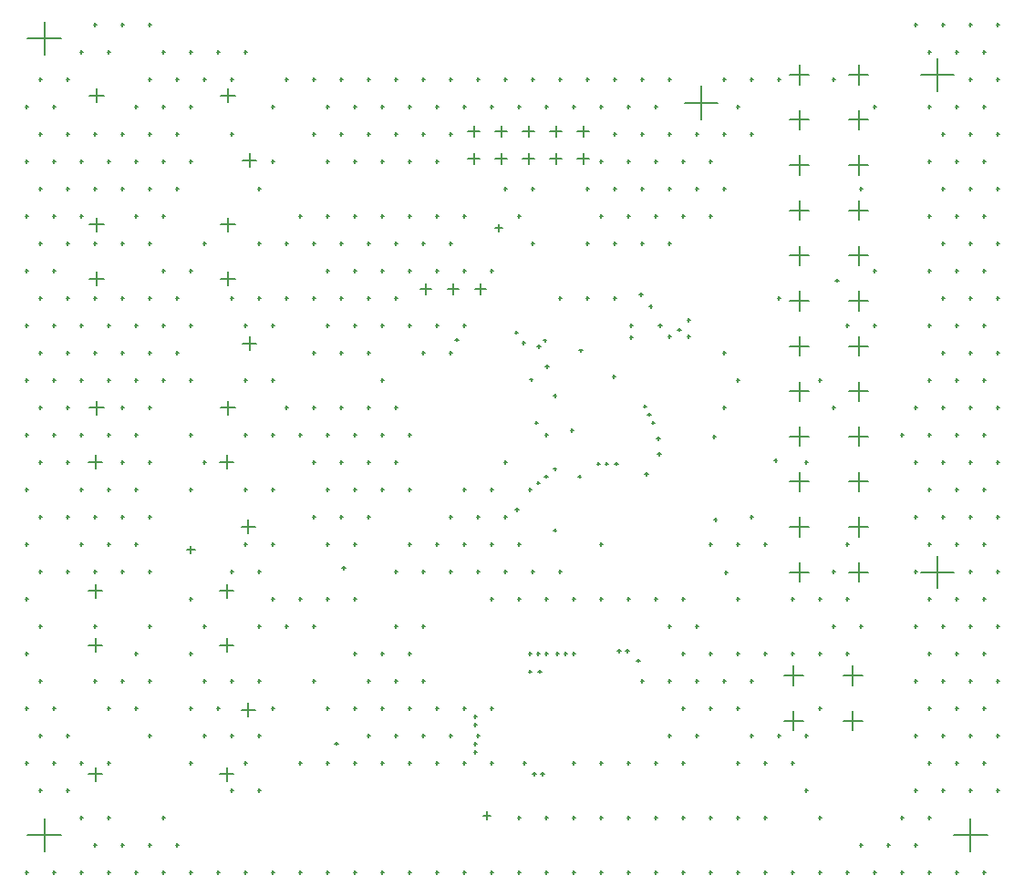
<source format=gbr>
%TF.GenerationSoftware,Altium Limited,Altium Designer,24.9.1 (31)*%
G04 Layer_Color=128*
%FSLAX45Y45*%
%MOMM*%
%TF.SameCoordinates,E37428AF-A4AF-452D-A059-51B4F3D01195*%
%TF.FilePolarity,Positive*%
%TF.FileFunction,Drillmap*%
%TF.Part,Single*%
G01*
G75*
%TA.AperFunction,NonConductor*%
%ADD67C,0.12700*%
D67*
X12734400Y10185400D02*
X12843401D01*
X12788900Y10130900D02*
Y10239900D01*
X12988400Y10185400D02*
X13097400D01*
X13042900Y10130900D02*
Y10239900D01*
X13242400Y10185400D02*
X13351401D01*
X13296899Y10130900D02*
Y10239900D01*
X13496400Y10185400D02*
X13605400D01*
X13550900Y10130900D02*
Y10239900D01*
X13750400Y10185400D02*
X13859399D01*
X13804900Y10130900D02*
Y10239900D01*
X12734400Y9931400D02*
X12843401D01*
X12788900Y9876900D02*
Y9985900D01*
X12988400Y9931400D02*
X13097400D01*
X13042900Y9876900D02*
Y9985900D01*
X13242400Y9931400D02*
X13351401D01*
X13296899Y9876900D02*
Y9985900D01*
X13496400Y9931400D02*
X13605400D01*
X13550900Y9876900D02*
Y9985900D01*
X13750400Y9931400D02*
X13859399D01*
X13804900Y9876900D02*
Y9985900D01*
X10628299Y6515100D02*
X10758298D01*
X10693298Y6450100D02*
Y6580100D01*
X10428299Y7115099D02*
X10558299D01*
X10493299Y7050099D02*
Y7180099D01*
X10428299Y5915101D02*
X10558299D01*
X10493299Y5850101D02*
Y5980101D01*
X9208301Y5915101D02*
X9338301D01*
X9273301Y5850101D02*
Y5980101D01*
X9208301Y7115099D02*
X9338301D01*
X9273301Y7050099D02*
Y7180099D01*
X16271503Y6091499D02*
X16451501D01*
X16361501Y6001499D02*
Y6181499D01*
X15721500Y6091499D02*
X15901500D01*
X15811501Y6001499D02*
Y6181499D01*
X15721500Y6511498D02*
X15901500D01*
X15811501Y6421498D02*
Y6601498D01*
X15721500Y6931503D02*
X15901500D01*
X15811501Y6841503D02*
Y7021502D01*
X15721500Y7351502D02*
X15901500D01*
X15811501Y7261502D02*
Y7441501D01*
X15721500Y7771501D02*
X15901500D01*
X15811501Y7681501D02*
Y7861501D01*
X15721500Y8191500D02*
X15901500D01*
X15811501Y8101500D02*
Y8281500D01*
X15721500Y8611499D02*
X15901500D01*
X15811501Y8521499D02*
Y8701499D01*
X15721500Y9031498D02*
X15901500D01*
X15811501Y8941499D02*
Y9121498D01*
X15721500Y9451503D02*
X15901500D01*
X15811501Y9361503D02*
Y9541502D01*
X15721500Y9871502D02*
X15901500D01*
X15811501Y9781502D02*
Y9961502D01*
X15721500Y10291501D02*
X15901500D01*
X15811501Y10201501D02*
Y10381501D01*
X15721500Y10711500D02*
X15901500D01*
X15811501Y10621500D02*
Y10801500D01*
X16271503Y6511498D02*
X16451501D01*
X16361501Y6421498D02*
Y6601498D01*
X16271503Y7351502D02*
X16451501D01*
X16361501Y7261502D02*
Y7441501D01*
X16271503Y9031498D02*
X16451501D01*
X16361501Y8941499D02*
Y9121498D01*
X16271503Y10711500D02*
X16451501D01*
X16361501Y10621500D02*
Y10801500D01*
X16941502Y10711500D02*
X17241502D01*
X17091502Y10561500D02*
Y10861500D01*
X16271503Y10291501D02*
X16451501D01*
X16361501Y10201501D02*
Y10381501D01*
X16941502Y6091499D02*
X17241502D01*
X17091502Y5941499D02*
Y6241499D01*
X16271503Y9871502D02*
X16451501D01*
X16361501Y9781502D02*
Y9961502D01*
X16271503Y9451503D02*
X16451501D01*
X16361501Y9361503D02*
Y9541502D01*
X16271503Y8611499D02*
X16451501D01*
X16361501Y8521499D02*
Y8701499D01*
X16271503Y8191500D02*
X16451501D01*
X16361501Y8101500D02*
Y8281500D01*
X16271503Y7771501D02*
X16451501D01*
X16361501Y7681501D02*
Y7861501D01*
X16271503Y6931503D02*
X16451501D01*
X16361501Y6841503D02*
Y7021502D01*
X10440999Y10518699D02*
X10570999D01*
X10505999Y10453699D02*
Y10583699D01*
X10440999Y9318701D02*
X10570999D01*
X10505999Y9253701D02*
Y9383701D01*
X9221001Y9318701D02*
X9351001D01*
X9286001Y9253701D02*
Y9383701D01*
X10640999Y9918700D02*
X10770998D01*
X10705998Y9853700D02*
Y9983700D01*
X9221001Y10518699D02*
X9351001D01*
X9286001Y10453699D02*
Y10583699D01*
X9208301Y5413299D02*
X9338301D01*
X9273301Y5348299D02*
Y5478299D01*
X9208301Y4213301D02*
X9338301D01*
X9273301Y4148301D02*
Y4278301D01*
X10428299Y4213301D02*
X10558299D01*
X10493299Y4148301D02*
Y4278301D01*
X10428299Y5413299D02*
X10558299D01*
X10493299Y5348299D02*
Y5478299D01*
X10628299Y4813300D02*
X10758298D01*
X10693298Y4748300D02*
Y4878300D01*
X9221001Y8816899D02*
X9351001D01*
X9286001Y8751899D02*
Y8881899D01*
X9221001Y7616901D02*
X9351001D01*
X9286001Y7551901D02*
Y7681901D01*
X10440999Y7616901D02*
X10570999D01*
X10505999Y7551901D02*
Y7681901D01*
X10440999Y8816899D02*
X10570999D01*
X10505999Y8751899D02*
Y8881899D01*
X10640999Y8216900D02*
X10770998D01*
X10705998Y8151900D02*
Y8281900D01*
X12293400Y8724900D02*
X12395400D01*
X12344400Y8673900D02*
Y8775900D01*
X12547400Y8724900D02*
X12649400D01*
X12598400Y8673900D02*
Y8775900D01*
X12801401Y8724900D02*
X12903400D01*
X12852400Y8673900D02*
Y8775900D01*
X16216800Y5131699D02*
X16396800D01*
X16306799Y5041699D02*
Y5221699D01*
X15666798Y5131699D02*
X15846799D01*
X15756799Y5041699D02*
Y5221699D01*
X16216800Y4711700D02*
X16396800D01*
X16306799Y4621700D02*
Y4801700D01*
X15666798Y4711700D02*
X15846799D01*
X15756799Y4621700D02*
Y4801700D01*
X14074760Y7910000D02*
X14105240D01*
X14089999Y7894760D02*
Y7925240D01*
X13454761Y8000000D02*
X13485240D01*
X13470000Y7984760D02*
Y8015240D01*
X17637759Y11176000D02*
X17668240D01*
X17653000Y11160760D02*
Y11191240D01*
X17510760Y10922000D02*
X17541240D01*
X17525999Y10906760D02*
Y10937240D01*
X17637759Y10668000D02*
X17668240D01*
X17653000Y10652760D02*
Y10683240D01*
X17510760Y10414000D02*
X17541240D01*
X17525999Y10398760D02*
Y10429240D01*
X17637759Y10160000D02*
X17668240D01*
X17653000Y10144760D02*
Y10175240D01*
X17510760Y9906000D02*
X17541240D01*
X17525999Y9890760D02*
Y9921240D01*
X17637759Y9652000D02*
X17668240D01*
X17653000Y9636760D02*
Y9667240D01*
X17510760Y9398000D02*
X17541240D01*
X17525999Y9382760D02*
Y9413240D01*
X17637759Y9144000D02*
X17668240D01*
X17653000Y9128760D02*
Y9159240D01*
X17510760Y8890000D02*
X17541240D01*
X17525999Y8874760D02*
Y8905240D01*
X17637759Y8636000D02*
X17668240D01*
X17653000Y8620760D02*
Y8651240D01*
X17510760Y8382000D02*
X17541240D01*
X17525999Y8366760D02*
Y8397240D01*
X17637759Y8128000D02*
X17668240D01*
X17653000Y8112760D02*
Y8143240D01*
X17510760Y7874000D02*
X17541240D01*
X17525999Y7858760D02*
Y7889240D01*
X17637759Y7620000D02*
X17668240D01*
X17653000Y7604760D02*
Y7635240D01*
X17510760Y7366000D02*
X17541240D01*
X17525999Y7350760D02*
Y7381240D01*
X17637759Y7112000D02*
X17668240D01*
X17653000Y7096760D02*
Y7127240D01*
X17510760Y6858000D02*
X17541240D01*
X17525999Y6842760D02*
Y6873240D01*
X17637759Y6604000D02*
X17668240D01*
X17653000Y6588760D02*
Y6619240D01*
X17510760Y6350000D02*
X17541240D01*
X17525999Y6334760D02*
Y6365240D01*
X17637759Y6096000D02*
X17668240D01*
X17653000Y6080760D02*
Y6111240D01*
X17510760Y5842000D02*
X17541240D01*
X17525999Y5826760D02*
Y5857240D01*
X17637759Y5588000D02*
X17668240D01*
X17653000Y5572760D02*
Y5603240D01*
X17510760Y5334000D02*
X17541240D01*
X17525999Y5318760D02*
Y5349240D01*
X17637759Y5080000D02*
X17668240D01*
X17653000Y5064760D02*
Y5095240D01*
X17510760Y4826000D02*
X17541240D01*
X17525999Y4810760D02*
Y4841240D01*
X17637759Y4572000D02*
X17668240D01*
X17653000Y4556760D02*
Y4587240D01*
X17510760Y4318000D02*
X17541240D01*
X17525999Y4302760D02*
Y4333240D01*
X17637759Y4064000D02*
X17668240D01*
X17653000Y4048760D02*
Y4079240D01*
X17510760Y3302000D02*
X17541240D01*
X17525999Y3286760D02*
Y3317240D01*
X17383760Y11176000D02*
X17414240D01*
X17399001Y11160760D02*
Y11191240D01*
X17256760Y10922000D02*
X17287241D01*
X17272000Y10906760D02*
Y10937240D01*
X17383760Y10668000D02*
X17414240D01*
X17399001Y10652760D02*
Y10683240D01*
X17256760Y10414000D02*
X17287241D01*
X17272000Y10398760D02*
Y10429240D01*
X17383760Y10160000D02*
X17414240D01*
X17399001Y10144760D02*
Y10175240D01*
X17256760Y9906000D02*
X17287241D01*
X17272000Y9890760D02*
Y9921240D01*
X17383760Y9652000D02*
X17414240D01*
X17399001Y9636760D02*
Y9667240D01*
X17256760Y9398000D02*
X17287241D01*
X17272000Y9382760D02*
Y9413240D01*
X17383760Y9144000D02*
X17414240D01*
X17399001Y9128760D02*
Y9159240D01*
X17256760Y8890000D02*
X17287241D01*
X17272000Y8874760D02*
Y8905240D01*
X17383760Y8636000D02*
X17414240D01*
X17399001Y8620760D02*
Y8651240D01*
X17256760Y8382000D02*
X17287241D01*
X17272000Y8366760D02*
Y8397240D01*
X17383760Y8128000D02*
X17414240D01*
X17399001Y8112760D02*
Y8143240D01*
X17256760Y7874000D02*
X17287241D01*
X17272000Y7858760D02*
Y7889240D01*
X17383760Y7620000D02*
X17414240D01*
X17399001Y7604760D02*
Y7635240D01*
X17256760Y7366000D02*
X17287241D01*
X17272000Y7350760D02*
Y7381240D01*
X17383760Y7112000D02*
X17414240D01*
X17399001Y7096760D02*
Y7127240D01*
X17256760Y6858000D02*
X17287241D01*
X17272000Y6842760D02*
Y6873240D01*
X17383760Y6604000D02*
X17414240D01*
X17399001Y6588760D02*
Y6619240D01*
X17256760Y6350000D02*
X17287241D01*
X17272000Y6334760D02*
Y6365240D01*
X17383760Y6096000D02*
X17414240D01*
X17399001Y6080760D02*
Y6111240D01*
X17256760Y5842000D02*
X17287241D01*
X17272000Y5826760D02*
Y5857240D01*
X17383760Y5588000D02*
X17414240D01*
X17399001Y5572760D02*
Y5603240D01*
X17256760Y5334000D02*
X17287241D01*
X17272000Y5318760D02*
Y5349240D01*
X17383760Y5080000D02*
X17414240D01*
X17399001Y5064760D02*
Y5095240D01*
X17256760Y4826000D02*
X17287241D01*
X17272000Y4810760D02*
Y4841240D01*
X17383760Y4572000D02*
X17414240D01*
X17399001Y4556760D02*
Y4587240D01*
X17256760Y4318000D02*
X17287241D01*
X17272000Y4302760D02*
Y4333240D01*
X17383760Y4064000D02*
X17414240D01*
X17399001Y4048760D02*
Y4079240D01*
X17256760Y3302000D02*
X17287241D01*
X17272000Y3286760D02*
Y3317240D01*
X17129761Y11176000D02*
X17160240D01*
X17145000Y11160760D02*
Y11191240D01*
X17002760Y10922000D02*
X17033240D01*
X17017999Y10906760D02*
Y10937240D01*
X17002760Y10414000D02*
X17033240D01*
X17017999Y10398760D02*
Y10429240D01*
X17129761Y10160000D02*
X17160240D01*
X17145000Y10144760D02*
Y10175240D01*
X17002760Y9906000D02*
X17033240D01*
X17017999Y9890760D02*
Y9921240D01*
X17129761Y9652000D02*
X17160240D01*
X17145000Y9636760D02*
Y9667240D01*
X17002760Y9398000D02*
X17033240D01*
X17017999Y9382760D02*
Y9413240D01*
X17129761Y9144000D02*
X17160240D01*
X17145000Y9128760D02*
Y9159240D01*
X17002760Y8890000D02*
X17033240D01*
X17017999Y8874760D02*
Y8905240D01*
X17129761Y8636000D02*
X17160240D01*
X17145000Y8620760D02*
Y8651240D01*
X17002760Y8382000D02*
X17033240D01*
X17017999Y8366760D02*
Y8397240D01*
X17129761Y8128000D02*
X17160240D01*
X17145000Y8112760D02*
Y8143240D01*
X17002760Y7874000D02*
X17033240D01*
X17017999Y7858760D02*
Y7889240D01*
X17129761Y7620000D02*
X17160240D01*
X17145000Y7604760D02*
Y7635240D01*
X17002760Y7366000D02*
X17033240D01*
X17017999Y7350760D02*
Y7381240D01*
X17129761Y7112000D02*
X17160240D01*
X17145000Y7096760D02*
Y7127240D01*
X17002760Y6858000D02*
X17033240D01*
X17017999Y6842760D02*
Y6873240D01*
X17129761Y6604000D02*
X17160240D01*
X17145000Y6588760D02*
Y6619240D01*
X17002760Y6350000D02*
X17033240D01*
X17017999Y6334760D02*
Y6365240D01*
X17002760Y5842000D02*
X17033240D01*
X17017999Y5826760D02*
Y5857240D01*
X17129761Y5588000D02*
X17160240D01*
X17145000Y5572760D02*
Y5603240D01*
X17002760Y5334000D02*
X17033240D01*
X17017999Y5318760D02*
Y5349240D01*
X17129761Y5080000D02*
X17160240D01*
X17145000Y5064760D02*
Y5095240D01*
X17002760Y4826000D02*
X17033240D01*
X17017999Y4810760D02*
Y4841240D01*
X17129761Y4572000D02*
X17160240D01*
X17145000Y4556760D02*
Y4587240D01*
X17002760Y4318000D02*
X17033240D01*
X17017999Y4302760D02*
Y4333240D01*
X17129761Y4064000D02*
X17160240D01*
X17145000Y4048760D02*
Y4079240D01*
X17002760Y3810000D02*
X17033240D01*
X17017999Y3794760D02*
Y3825240D01*
X17002760Y3302000D02*
X17033240D01*
X17017999Y3286760D02*
Y3317240D01*
X16875760Y11176000D02*
X16906239D01*
X16891000Y11160760D02*
Y11191240D01*
X16875760Y7620000D02*
X16906239D01*
X16891000Y7604760D02*
Y7635240D01*
X16748759Y7366000D02*
X16779240D01*
X16764000Y7350760D02*
Y7381240D01*
X16875760Y7112000D02*
X16906239D01*
X16891000Y7096760D02*
Y7127240D01*
X16875760Y6604000D02*
X16906239D01*
X16891000Y6588760D02*
Y6619240D01*
X16875760Y6096000D02*
X16906239D01*
X16891000Y6080760D02*
Y6111240D01*
X16875760Y5588000D02*
X16906239D01*
X16891000Y5572760D02*
Y5603240D01*
X16875760Y5080000D02*
X16906239D01*
X16891000Y5064760D02*
Y5095240D01*
X16875760Y4572000D02*
X16906239D01*
X16891000Y4556760D02*
Y4587240D01*
X16875760Y4064000D02*
X16906239D01*
X16891000Y4048760D02*
Y4079240D01*
X16748759Y3810000D02*
X16779240D01*
X16764000Y3794760D02*
Y3825240D01*
X16875760Y3556000D02*
X16906239D01*
X16891000Y3540760D02*
Y3571240D01*
X16748759Y3302000D02*
X16779240D01*
X16764000Y3286760D02*
Y3317240D01*
X16494760Y10414000D02*
X16525240D01*
X16510001Y10398760D02*
Y10429240D01*
X16494760Y8890000D02*
X16525240D01*
X16510001Y8874760D02*
Y8905240D01*
X16494760Y8382000D02*
X16525240D01*
X16510001Y8366760D02*
Y8397240D01*
X16621761Y3556000D02*
X16652240D01*
X16637000Y3540760D02*
Y3571240D01*
X16494760Y3302000D02*
X16525240D01*
X16510001Y3286760D02*
Y3317240D01*
X16367760Y9652000D02*
X16398241D01*
X16383000Y9636760D02*
Y9667240D01*
X16240759Y8382000D02*
X16271240D01*
X16256000Y8366760D02*
Y8397240D01*
X16240759Y6350000D02*
X16271240D01*
X16256000Y6334760D02*
Y6365240D01*
X16240759Y5842000D02*
X16271240D01*
X16256000Y5826760D02*
Y5857240D01*
X16367760Y5588000D02*
X16398241D01*
X16383000Y5572760D02*
Y5603240D01*
X16240759Y5334000D02*
X16271240D01*
X16256000Y5318760D02*
Y5349240D01*
X16367760Y3556000D02*
X16398241D01*
X16383000Y3540760D02*
Y3571240D01*
X16240759Y3302000D02*
X16271240D01*
X16256000Y3286760D02*
Y3317240D01*
X16113760Y10668000D02*
X16144240D01*
X16128999Y10652760D02*
Y10683240D01*
X15986760Y7874000D02*
X16017239D01*
X16002000Y7858760D02*
Y7889240D01*
X16113760Y7620000D02*
X16144240D01*
X16128999Y7604760D02*
Y7635240D01*
X16113760Y6096000D02*
X16144240D01*
X16128999Y6080760D02*
Y6111240D01*
X15986760Y5842000D02*
X16017239D01*
X16002000Y5826760D02*
Y5857240D01*
X16113760Y5588000D02*
X16144240D01*
X16128999Y5572760D02*
Y5603240D01*
X15986760Y5334000D02*
X16017239D01*
X16002000Y5318760D02*
Y5349240D01*
X15986760Y4826000D02*
X16017239D01*
X16002000Y4810760D02*
Y4841240D01*
X15986760Y3810000D02*
X16017239D01*
X16002000Y3794760D02*
Y3825240D01*
X15986760Y3302000D02*
X16017239D01*
X16002000Y3286760D02*
Y3317240D01*
X15859760Y7112000D02*
X15890240D01*
X15875000Y7096760D02*
Y7127240D01*
X15732761Y5842000D02*
X15763240D01*
X15748000Y5826760D02*
Y5857240D01*
X15732761Y5334000D02*
X15763240D01*
X15748000Y5318760D02*
Y5349240D01*
X15859760Y4572000D02*
X15890240D01*
X15875000Y4556760D02*
Y4587240D01*
X15732761Y4318000D02*
X15763240D01*
X15748000Y4302760D02*
Y4333240D01*
X15859760Y4064000D02*
X15890240D01*
X15875000Y4048760D02*
Y4079240D01*
X15732761Y3302000D02*
X15763240D01*
X15748000Y3286760D02*
Y3317240D01*
X15605760Y10668000D02*
X15636240D01*
X15621001Y10652760D02*
Y10683240D01*
X15605760Y8636000D02*
X15636240D01*
X15621001Y8620760D02*
Y8651240D01*
X15478760Y6350000D02*
X15509241D01*
X15494000Y6334760D02*
Y6365240D01*
X15478760Y5334000D02*
X15509241D01*
X15494000Y5318760D02*
Y5349240D01*
X15605760Y4572000D02*
X15636240D01*
X15621001Y4556760D02*
Y4587240D01*
X15478760Y4318000D02*
X15509241D01*
X15494000Y4302760D02*
Y4333240D01*
X15478760Y3810000D02*
X15509241D01*
X15494000Y3794760D02*
Y3825240D01*
X15478760Y3302000D02*
X15509241D01*
X15494000Y3286760D02*
Y3317240D01*
X15351759Y10668000D02*
X15382240D01*
X15367000Y10652760D02*
Y10683240D01*
X15224760Y10414000D02*
X15255240D01*
X15239999Y10398760D02*
Y10429240D01*
X15351759Y10160000D02*
X15382240D01*
X15367000Y10144760D02*
Y10175240D01*
X15224760Y7874000D02*
X15255240D01*
X15239999Y7858760D02*
Y7889240D01*
X15351759Y6604000D02*
X15382240D01*
X15367000Y6588760D02*
Y6619240D01*
X15224760Y6350000D02*
X15255240D01*
X15239999Y6334760D02*
Y6365240D01*
X15224760Y5842000D02*
X15255240D01*
X15239999Y5826760D02*
Y5857240D01*
X15224760Y5334000D02*
X15255240D01*
X15239999Y5318760D02*
Y5349240D01*
X15351759Y5080000D02*
X15382240D01*
X15367000Y5064760D02*
Y5095240D01*
X15224760Y4826000D02*
X15255240D01*
X15239999Y4810760D02*
Y4841240D01*
X15351759Y4572000D02*
X15382240D01*
X15367000Y4556760D02*
Y4587240D01*
X15224760Y4318000D02*
X15255240D01*
X15239999Y4302760D02*
Y4333240D01*
X15224760Y3810000D02*
X15255240D01*
X15239999Y3794760D02*
Y3825240D01*
X15224760Y3302000D02*
X15255240D01*
X15239999Y3286760D02*
Y3317240D01*
X15097760Y10668000D02*
X15128239D01*
X15113000Y10652760D02*
Y10683240D01*
X15097760Y10160000D02*
X15128239D01*
X15113000Y10144760D02*
Y10175240D01*
X14970760Y9906000D02*
X15001241D01*
X14986000Y9890760D02*
Y9921240D01*
X15097760Y9652000D02*
X15128239D01*
X15113000Y9636760D02*
Y9667240D01*
X14970760Y9398000D02*
X15001241D01*
X14986000Y9382760D02*
Y9413240D01*
X15097760Y8128000D02*
X15128239D01*
X15113000Y8112760D02*
Y8143240D01*
X15097760Y7620000D02*
X15128239D01*
X15113000Y7604760D02*
Y7635240D01*
X14970760Y6350000D02*
X15001241D01*
X14986000Y6334760D02*
Y6365240D01*
X14970760Y5334000D02*
X15001241D01*
X14986000Y5318760D02*
Y5349240D01*
X15097760Y5080000D02*
X15128239D01*
X15113000Y5064760D02*
Y5095240D01*
X14970760Y4826000D02*
X15001241D01*
X14986000Y4810760D02*
Y4841240D01*
X14970760Y3810000D02*
X15001241D01*
X14986000Y3794760D02*
Y3825240D01*
X14970760Y3302000D02*
X15001241D01*
X14986000Y3286760D02*
Y3317240D01*
X14843761Y10160000D02*
X14874240D01*
X14859000Y10144760D02*
Y10175240D01*
X14716760Y9906000D02*
X14747240D01*
X14732001Y9890760D02*
Y9921240D01*
X14843761Y9652000D02*
X14874240D01*
X14859000Y9636760D02*
Y9667240D01*
X14716760Y9398000D02*
X14747240D01*
X14732001Y9382760D02*
Y9413240D01*
X14716760Y5842000D02*
X14747240D01*
X14732001Y5826760D02*
Y5857240D01*
X14843761Y5588000D02*
X14874240D01*
X14859000Y5572760D02*
Y5603240D01*
X14716760Y5334000D02*
X14747240D01*
X14732001Y5318760D02*
Y5349240D01*
X14843761Y5080000D02*
X14874240D01*
X14859000Y5064760D02*
Y5095240D01*
X14716760Y4826000D02*
X14747240D01*
X14732001Y4810760D02*
Y4841240D01*
X14843761Y4572000D02*
X14874240D01*
X14859000Y4556760D02*
Y4587240D01*
X14716760Y4318000D02*
X14747240D01*
X14732001Y4302760D02*
Y4333240D01*
X14716760Y3810000D02*
X14747240D01*
X14732001Y3794760D02*
Y3825240D01*
X14716760Y3302000D02*
X14747240D01*
X14732001Y3286760D02*
Y3317240D01*
X14589760Y10668000D02*
X14620239D01*
X14605000Y10652760D02*
Y10683240D01*
X14462759Y10414000D02*
X14493240D01*
X14478000Y10398760D02*
Y10429240D01*
X14589760Y10160000D02*
X14620239D01*
X14605000Y10144760D02*
Y10175240D01*
X14462759Y9906000D02*
X14493240D01*
X14478000Y9890760D02*
Y9921240D01*
X14589760Y9652000D02*
X14620239D01*
X14605000Y9636760D02*
Y9667240D01*
X14462759Y9398000D02*
X14493240D01*
X14478000Y9382760D02*
Y9413240D01*
X14589760Y9144000D02*
X14620239D01*
X14605000Y9128760D02*
Y9159240D01*
X14462759Y5842000D02*
X14493240D01*
X14478000Y5826760D02*
Y5857240D01*
X14589760Y5588000D02*
X14620239D01*
X14605000Y5572760D02*
Y5603240D01*
X14589760Y5080000D02*
X14620239D01*
X14605000Y5064760D02*
Y5095240D01*
X14589760Y4572000D02*
X14620239D01*
X14605000Y4556760D02*
Y4587240D01*
X14462759Y4318000D02*
X14493240D01*
X14478000Y4302760D02*
Y4333240D01*
X14462759Y3810000D02*
X14493240D01*
X14478000Y3794760D02*
Y3825240D01*
X14462759Y3302000D02*
X14493240D01*
X14478000Y3286760D02*
Y3317240D01*
X14335760Y10668000D02*
X14366240D01*
X14350999Y10652760D02*
Y10683240D01*
X14208760Y10414000D02*
X14239240D01*
X14224001Y10398760D02*
Y10429240D01*
X14335760Y10160000D02*
X14366240D01*
X14350999Y10144760D02*
Y10175240D01*
X14208760Y9906000D02*
X14239240D01*
X14224001Y9890760D02*
Y9921240D01*
X14335760Y9652000D02*
X14366240D01*
X14350999Y9636760D02*
Y9667240D01*
X14208760Y9398000D02*
X14239240D01*
X14224001Y9382760D02*
Y9413240D01*
X14335760Y9144000D02*
X14366240D01*
X14350999Y9128760D02*
Y9159240D01*
X14208760Y5842000D02*
X14239240D01*
X14224001Y5826760D02*
Y5857240D01*
X14335760Y5080000D02*
X14366240D01*
X14350999Y5064760D02*
Y5095240D01*
X14208760Y4318000D02*
X14239240D01*
X14224001Y4302760D02*
Y4333240D01*
X14208760Y3810000D02*
X14239240D01*
X14224001Y3794760D02*
Y3825240D01*
X14208760Y3302000D02*
X14239240D01*
X14224001Y3286760D02*
Y3317240D01*
X14081760Y10668000D02*
X14112241D01*
X14097000Y10652760D02*
Y10683240D01*
X13954761Y10414000D02*
X13985240D01*
X13970000Y10398760D02*
Y10429240D01*
X14081760Y10160000D02*
X14112241D01*
X14097000Y10144760D02*
Y10175240D01*
X13954761Y9906000D02*
X13985240D01*
X13970000Y9890760D02*
Y9921240D01*
X14081760Y9652000D02*
X14112241D01*
X14097000Y9636760D02*
Y9667240D01*
X13954761Y9398000D02*
X13985240D01*
X13970000Y9382760D02*
Y9413240D01*
X14081760Y9144000D02*
X14112241D01*
X14097000Y9128760D02*
Y9159240D01*
X14081760Y8636000D02*
X14112241D01*
X14097000Y8620760D02*
Y8651240D01*
X13954761Y6350000D02*
X13985240D01*
X13970000Y6334760D02*
Y6365240D01*
X13954761Y5842000D02*
X13985240D01*
X13970000Y5826760D02*
Y5857240D01*
X13954761Y4318000D02*
X13985240D01*
X13970000Y4302760D02*
Y4333240D01*
X13954761Y3810000D02*
X13985240D01*
X13970000Y3794760D02*
Y3825240D01*
X13954761Y3302000D02*
X13985240D01*
X13970000Y3286760D02*
Y3317240D01*
X13827760Y10668000D02*
X13858240D01*
X13842999Y10652760D02*
Y10683240D01*
X13700760Y10414000D02*
X13731239D01*
X13716000Y10398760D02*
Y10429240D01*
X13827760Y9652000D02*
X13858240D01*
X13842999Y9636760D02*
Y9667240D01*
X13827760Y9144000D02*
X13858240D01*
X13842999Y9128760D02*
Y9159240D01*
X13827760Y8636000D02*
X13858240D01*
X13842999Y8620760D02*
Y8651240D01*
X13700760Y5842000D02*
X13731239D01*
X13716000Y5826760D02*
Y5857240D01*
X13700760Y5334000D02*
X13731239D01*
X13716000Y5318760D02*
Y5349240D01*
X13700760Y4318000D02*
X13731239D01*
X13716000Y4302760D02*
Y4333240D01*
X13700760Y3810000D02*
X13731239D01*
X13716000Y3794760D02*
Y3825240D01*
X13700760Y3302000D02*
X13731239D01*
X13716000Y3286760D02*
Y3317240D01*
X13573759Y10668000D02*
X13604240D01*
X13589000Y10652760D02*
Y10683240D01*
X13446761Y10414000D02*
X13477240D01*
X13462000Y10398760D02*
Y10429240D01*
X13573759Y8636000D02*
X13604240D01*
X13589000Y8620760D02*
Y8651240D01*
X13446761Y7366000D02*
X13477240D01*
X13462000Y7350760D02*
Y7381240D01*
X13573759Y6096000D02*
X13604240D01*
X13589000Y6080760D02*
Y6111240D01*
X13446761Y5842000D02*
X13477240D01*
X13462000Y5826760D02*
Y5857240D01*
X13446761Y5334000D02*
X13477240D01*
X13462000Y5318760D02*
Y5349240D01*
X13446761Y3810000D02*
X13477240D01*
X13462000Y3794760D02*
Y3825240D01*
X13446761Y3302000D02*
X13477240D01*
X13462000Y3286760D02*
Y3317240D01*
X13319760Y10668000D02*
X13350240D01*
X13335001Y10652760D02*
Y10683240D01*
X13192760Y10414000D02*
X13223241D01*
X13208000Y10398760D02*
Y10429240D01*
X13319760Y9652000D02*
X13350240D01*
X13335001Y9636760D02*
Y9667240D01*
X13192760Y9398000D02*
X13223241D01*
X13208000Y9382760D02*
Y9413240D01*
X13319760Y9144000D02*
X13350240D01*
X13335001Y9128760D02*
Y9159240D01*
X13192760Y6350000D02*
X13223241D01*
X13208000Y6334760D02*
Y6365240D01*
X13319760Y6096000D02*
X13350240D01*
X13335001Y6080760D02*
Y6111240D01*
X13192760Y5842000D02*
X13223241D01*
X13208000Y5826760D02*
Y5857240D01*
X13192760Y3810000D02*
X13223241D01*
X13208000Y3794760D02*
Y3825240D01*
X13192760Y3302000D02*
X13223241D01*
X13208000Y3286760D02*
Y3317240D01*
X13065759Y10668000D02*
X13096240D01*
X13081000Y10652760D02*
Y10683240D01*
X12938760Y10414000D02*
X12969240D01*
X12953999Y10398760D02*
Y10429240D01*
X13065759Y9652000D02*
X13096240D01*
X13081000Y9636760D02*
Y9667240D01*
X12938760Y8890000D02*
X12969240D01*
X12953999Y8874760D02*
Y8905240D01*
X13065759Y7112000D02*
X13096240D01*
X13081000Y7096760D02*
Y7127240D01*
X12938760Y6858000D02*
X12969240D01*
X12953999Y6842760D02*
Y6873240D01*
X13065759Y6604000D02*
X13096240D01*
X13081000Y6588760D02*
Y6619240D01*
X12938760Y6350000D02*
X12969240D01*
X12953999Y6334760D02*
Y6365240D01*
X13065759Y6096000D02*
X13096240D01*
X13081000Y6080760D02*
Y6111240D01*
X12938760Y5842000D02*
X12969240D01*
X12953999Y5826760D02*
Y5857240D01*
X12938760Y4826000D02*
X12969240D01*
X12953999Y4810760D02*
Y4841240D01*
X12938760Y4318000D02*
X12969240D01*
X12953999Y4302760D02*
Y4333240D01*
X12938760Y3302000D02*
X12969240D01*
X12953999Y3286760D02*
Y3317240D01*
X12811760Y10668000D02*
X12842239D01*
X12827000Y10652760D02*
Y10683240D01*
X12684760Y10414000D02*
X12715240D01*
X12700000Y10398760D02*
Y10429240D01*
X12684760Y9398000D02*
X12715240D01*
X12700000Y9382760D02*
Y9413240D01*
X12684760Y8890000D02*
X12715240D01*
X12700000Y8874760D02*
Y8905240D01*
X12684760Y8382000D02*
X12715240D01*
X12700000Y8366760D02*
Y8397240D01*
X12684760Y6858000D02*
X12715240D01*
X12700000Y6842760D02*
Y6873240D01*
X12811760Y6604000D02*
X12842239D01*
X12827000Y6588760D02*
Y6619240D01*
X12684760Y6350000D02*
X12715240D01*
X12700000Y6334760D02*
Y6365240D01*
X12811760Y6096000D02*
X12842239D01*
X12827000Y6080760D02*
Y6111240D01*
X12684760Y4826000D02*
X12715240D01*
X12700000Y4810760D02*
Y4841240D01*
X12811760Y4572000D02*
X12842239D01*
X12827000Y4556760D02*
Y4587240D01*
X12684760Y4318000D02*
X12715240D01*
X12700000Y4302760D02*
Y4333240D01*
X12684760Y3302000D02*
X12715240D01*
X12700000Y3286760D02*
Y3317240D01*
X12557760Y10668000D02*
X12588240D01*
X12573000Y10652760D02*
Y10683240D01*
X12430760Y10414000D02*
X12461240D01*
X12446000Y10398760D02*
Y10429240D01*
X12557760Y10160000D02*
X12588240D01*
X12573000Y10144760D02*
Y10175240D01*
X12430760Y9906000D02*
X12461240D01*
X12446000Y9890760D02*
Y9921240D01*
X12430760Y9398000D02*
X12461240D01*
X12446000Y9382760D02*
Y9413240D01*
X12557760Y9144000D02*
X12588240D01*
X12573000Y9128760D02*
Y9159240D01*
X12430760Y8890000D02*
X12461240D01*
X12446000Y8874760D02*
Y8905240D01*
X12430760Y8382000D02*
X12461240D01*
X12446000Y8366760D02*
Y8397240D01*
X12557760Y8128000D02*
X12588240D01*
X12573000Y8112760D02*
Y8143240D01*
X12557760Y6604000D02*
X12588240D01*
X12573000Y6588760D02*
Y6619240D01*
X12430760Y6350000D02*
X12461240D01*
X12446000Y6334760D02*
Y6365240D01*
X12557760Y6096000D02*
X12588240D01*
X12573000Y6080760D02*
Y6111240D01*
X12430760Y4826000D02*
X12461240D01*
X12446000Y4810760D02*
Y4841240D01*
X12557760Y4572000D02*
X12588240D01*
X12573000Y4556760D02*
Y4587240D01*
X12430760Y4318000D02*
X12461240D01*
X12446000Y4302760D02*
Y4333240D01*
X12430760Y3302000D02*
X12461240D01*
X12446000Y3286760D02*
Y3317240D01*
X12303760Y10668000D02*
X12334240D01*
X12319000Y10652760D02*
Y10683240D01*
X12176760Y10414000D02*
X12207240D01*
X12192000Y10398760D02*
Y10429240D01*
X12303760Y10160000D02*
X12334240D01*
X12319000Y10144760D02*
Y10175240D01*
X12176760Y9906000D02*
X12207240D01*
X12192000Y9890760D02*
Y9921240D01*
X12176760Y9398000D02*
X12207240D01*
X12192000Y9382760D02*
Y9413240D01*
X12303760Y9144000D02*
X12334240D01*
X12319000Y9128760D02*
Y9159240D01*
X12176760Y8890000D02*
X12207240D01*
X12192000Y8874760D02*
Y8905240D01*
X12176760Y8382000D02*
X12207240D01*
X12192000Y8366760D02*
Y8397240D01*
X12303760Y8128000D02*
X12334240D01*
X12319000Y8112760D02*
Y8143240D01*
X12176760Y7366000D02*
X12207240D01*
X12192000Y7350760D02*
Y7381240D01*
X12176760Y6858000D02*
X12207240D01*
X12192000Y6842760D02*
Y6873240D01*
X12176760Y6350000D02*
X12207240D01*
X12192000Y6334760D02*
Y6365240D01*
X12303760Y6096000D02*
X12334240D01*
X12319000Y6080760D02*
Y6111240D01*
X12303760Y5588000D02*
X12334240D01*
X12319000Y5572760D02*
Y5603240D01*
X12176760Y5334000D02*
X12207240D01*
X12192000Y5318760D02*
Y5349240D01*
X12303760Y5080000D02*
X12334240D01*
X12319000Y5064760D02*
Y5095240D01*
X12176760Y4826000D02*
X12207240D01*
X12192000Y4810760D02*
Y4841240D01*
X12303760Y4572000D02*
X12334240D01*
X12319000Y4556760D02*
Y4587240D01*
X12176760Y4318000D02*
X12207240D01*
X12192000Y4302760D02*
Y4333240D01*
X12176760Y3302000D02*
X12207240D01*
X12192000Y3286760D02*
Y3317240D01*
X12049760Y10668000D02*
X12080240D01*
X12065000Y10652760D02*
Y10683240D01*
X11922760Y10414000D02*
X11953240D01*
X11938000Y10398760D02*
Y10429240D01*
X12049760Y10160000D02*
X12080240D01*
X12065000Y10144760D02*
Y10175240D01*
X11922760Y9906000D02*
X11953240D01*
X11938000Y9890760D02*
Y9921240D01*
X11922760Y9398000D02*
X11953240D01*
X11938000Y9382760D02*
Y9413240D01*
X12049760Y9144000D02*
X12080240D01*
X12065000Y9128760D02*
Y9159240D01*
X11922760Y8890000D02*
X11953240D01*
X11938000Y8874760D02*
Y8905240D01*
X12049760Y8636000D02*
X12080240D01*
X12065000Y8620760D02*
Y8651240D01*
X11922760Y8382000D02*
X11953240D01*
X11938000Y8366760D02*
Y8397240D01*
X11922760Y7874000D02*
X11953240D01*
X11938000Y7858760D02*
Y7889240D01*
X12049760Y7620000D02*
X12080240D01*
X12065000Y7604760D02*
Y7635240D01*
X11922760Y7366000D02*
X11953240D01*
X11938000Y7350760D02*
Y7381240D01*
X12049760Y7112000D02*
X12080240D01*
X12065000Y7096760D02*
Y7127240D01*
X11922760Y6858000D02*
X11953240D01*
X11938000Y6842760D02*
Y6873240D01*
X12049760Y6096000D02*
X12080240D01*
X12065000Y6080760D02*
Y6111240D01*
X12049760Y5588000D02*
X12080240D01*
X12065000Y5572760D02*
Y5603240D01*
X11922760Y5334000D02*
X11953240D01*
X11938000Y5318760D02*
Y5349240D01*
X12049760Y5080000D02*
X12080240D01*
X12065000Y5064760D02*
Y5095240D01*
X11922760Y4826000D02*
X11953240D01*
X11938000Y4810760D02*
Y4841240D01*
X12049760Y4572000D02*
X12080240D01*
X12065000Y4556760D02*
Y4587240D01*
X11922760Y4318000D02*
X11953240D01*
X11938000Y4302760D02*
Y4333240D01*
X11922760Y3302000D02*
X11953240D01*
X11938000Y3286760D02*
Y3317240D01*
X11795760Y10668000D02*
X11826240D01*
X11811000Y10652760D02*
Y10683240D01*
X11668760Y10414000D02*
X11699240D01*
X11684000Y10398760D02*
Y10429240D01*
X11795760Y10160000D02*
X11826240D01*
X11811000Y10144760D02*
Y10175240D01*
X11668760Y9906000D02*
X11699240D01*
X11684000Y9890760D02*
Y9921240D01*
X11668760Y9398000D02*
X11699240D01*
X11684000Y9382760D02*
Y9413240D01*
X11795760Y9144000D02*
X11826240D01*
X11811000Y9128760D02*
Y9159240D01*
X11668760Y8890000D02*
X11699240D01*
X11684000Y8874760D02*
Y8905240D01*
X11795760Y8636000D02*
X11826240D01*
X11811000Y8620760D02*
Y8651240D01*
X11668760Y8382000D02*
X11699240D01*
X11684000Y8366760D02*
Y8397240D01*
X11795760Y8128000D02*
X11826240D01*
X11811000Y8112760D02*
Y8143240D01*
X11795760Y7620000D02*
X11826240D01*
X11811000Y7604760D02*
Y7635240D01*
X11668760Y7366000D02*
X11699240D01*
X11684000Y7350760D02*
Y7381240D01*
X11795760Y7112000D02*
X11826240D01*
X11811000Y7096760D02*
Y7127240D01*
X11668760Y6858000D02*
X11699240D01*
X11684000Y6842760D02*
Y6873240D01*
X11795760Y6604000D02*
X11826240D01*
X11811000Y6588760D02*
Y6619240D01*
X11668760Y6350000D02*
X11699240D01*
X11684000Y6334760D02*
Y6365240D01*
X11668760Y5842000D02*
X11699240D01*
X11684000Y5826760D02*
Y5857240D01*
X11668760Y5334000D02*
X11699240D01*
X11684000Y5318760D02*
Y5349240D01*
X11795760Y5080000D02*
X11826240D01*
X11811000Y5064760D02*
Y5095240D01*
X11668760Y4826000D02*
X11699240D01*
X11684000Y4810760D02*
Y4841240D01*
X11795760Y4572000D02*
X11826240D01*
X11811000Y4556760D02*
Y4587240D01*
X11668760Y4318000D02*
X11699240D01*
X11684000Y4302760D02*
Y4333240D01*
X11668760Y3302000D02*
X11699240D01*
X11684000Y3286760D02*
Y3317240D01*
X11541760Y10668000D02*
X11572240D01*
X11557000Y10652760D02*
Y10683240D01*
X11414760Y10414000D02*
X11445240D01*
X11430000Y10398760D02*
Y10429240D01*
X11541760Y10160000D02*
X11572240D01*
X11557000Y10144760D02*
Y10175240D01*
X11414760Y9906000D02*
X11445240D01*
X11430000Y9890760D02*
Y9921240D01*
X11414760Y9398000D02*
X11445240D01*
X11430000Y9382760D02*
Y9413240D01*
X11541760Y9144000D02*
X11572240D01*
X11557000Y9128760D02*
Y9159240D01*
X11414760Y8890000D02*
X11445240D01*
X11430000Y8874760D02*
Y8905240D01*
X11541760Y8636000D02*
X11572240D01*
X11557000Y8620760D02*
Y8651240D01*
X11414760Y8382000D02*
X11445240D01*
X11430000Y8366760D02*
Y8397240D01*
X11541760Y8128000D02*
X11572240D01*
X11557000Y8112760D02*
Y8143240D01*
X11541760Y7620000D02*
X11572240D01*
X11557000Y7604760D02*
Y7635240D01*
X11414760Y7366000D02*
X11445240D01*
X11430000Y7350760D02*
Y7381240D01*
X11541760Y7112000D02*
X11572240D01*
X11557000Y7096760D02*
Y7127240D01*
X11414760Y6858000D02*
X11445240D01*
X11430000Y6842760D02*
Y6873240D01*
X11541760Y6604000D02*
X11572240D01*
X11557000Y6588760D02*
Y6619240D01*
X11414760Y6350000D02*
X11445240D01*
X11430000Y6334760D02*
Y6365240D01*
X11414760Y5842000D02*
X11445240D01*
X11430000Y5826760D02*
Y5857240D01*
X11414760Y4826000D02*
X11445240D01*
X11430000Y4810760D02*
Y4841240D01*
X11414760Y4318000D02*
X11445240D01*
X11430000Y4302760D02*
Y4333240D01*
X11414760Y3302000D02*
X11445240D01*
X11430000Y3286760D02*
Y3317240D01*
X11287760Y10668000D02*
X11318240D01*
X11303000Y10652760D02*
Y10683240D01*
X11287760Y10160000D02*
X11318240D01*
X11303000Y10144760D02*
Y10175240D01*
X11160760Y9398000D02*
X11191240D01*
X11176000Y9382760D02*
Y9413240D01*
X11287760Y9144000D02*
X11318240D01*
X11303000Y9128760D02*
Y9159240D01*
X11287760Y8636000D02*
X11318240D01*
X11303000Y8620760D02*
Y8651240D01*
X11287760Y8128000D02*
X11318240D01*
X11303000Y8112760D02*
Y8143240D01*
X11287760Y7620000D02*
X11318240D01*
X11303000Y7604760D02*
Y7635240D01*
X11160760Y7366000D02*
X11191240D01*
X11176000Y7350760D02*
Y7381240D01*
X11287760Y7112000D02*
X11318240D01*
X11303000Y7096760D02*
Y7127240D01*
X11287760Y6604000D02*
X11318240D01*
X11303000Y6588760D02*
Y6619240D01*
X11160760Y5842000D02*
X11191240D01*
X11176000Y5826760D02*
Y5857240D01*
X11287760Y5588000D02*
X11318240D01*
X11303000Y5572760D02*
Y5603240D01*
X11287760Y5080000D02*
X11318240D01*
X11303000Y5064760D02*
Y5095240D01*
X11160760Y4318000D02*
X11191240D01*
X11176000Y4302760D02*
Y4333240D01*
X11160760Y3302000D02*
X11191240D01*
X11176000Y3286760D02*
Y3317240D01*
X11033760Y10668000D02*
X11064240D01*
X11049000Y10652760D02*
Y10683240D01*
X10906760Y10414000D02*
X10937240D01*
X10922000Y10398760D02*
Y10429240D01*
X10906760Y9906000D02*
X10937240D01*
X10922000Y9890760D02*
Y9921240D01*
X11033760Y9144000D02*
X11064240D01*
X11049000Y9128760D02*
Y9159240D01*
X11033760Y8636000D02*
X11064240D01*
X11049000Y8620760D02*
Y8651240D01*
X10906760Y8382000D02*
X10937240D01*
X10922000Y8366760D02*
Y8397240D01*
X10906760Y7874000D02*
X10937240D01*
X10922000Y7858760D02*
Y7889240D01*
X11033760Y7620000D02*
X11064240D01*
X11049000Y7604760D02*
Y7635240D01*
X10906760Y7366000D02*
X10937240D01*
X10922000Y7350760D02*
Y7381240D01*
X10906760Y6858000D02*
X10937240D01*
X10922000Y6842760D02*
Y6873240D01*
X10906760Y6350000D02*
X10937240D01*
X10922000Y6334760D02*
Y6365240D01*
X10906760Y5842000D02*
X10937240D01*
X10922000Y5826760D02*
Y5857240D01*
X11033760Y5588000D02*
X11064240D01*
X11049000Y5572760D02*
Y5603240D01*
X10906760Y4826000D02*
X10937240D01*
X10922000Y4810760D02*
Y4841240D01*
X10906760Y3302000D02*
X10937240D01*
X10922000Y3286760D02*
Y3317240D01*
X10652760Y10922000D02*
X10683240D01*
X10668000Y10906760D02*
Y10937240D01*
X10779760Y9652000D02*
X10810240D01*
X10795000Y9636760D02*
Y9667240D01*
X10779760Y9144000D02*
X10810240D01*
X10795000Y9128760D02*
Y9159240D01*
X10779760Y8636000D02*
X10810240D01*
X10795000Y8620760D02*
Y8651240D01*
X10652760Y8382000D02*
X10683240D01*
X10668000Y8366760D02*
Y8397240D01*
X10652760Y7874000D02*
X10683240D01*
X10668000Y7858760D02*
Y7889240D01*
X10652760Y7366000D02*
X10683240D01*
X10668000Y7350760D02*
Y7381240D01*
X10652760Y6858000D02*
X10683240D01*
X10668000Y6842760D02*
Y6873240D01*
X10652760Y6350000D02*
X10683240D01*
X10668000Y6334760D02*
Y6365240D01*
X10779760Y6096000D02*
X10810240D01*
X10795000Y6080760D02*
Y6111240D01*
X10779760Y5588000D02*
X10810240D01*
X10795000Y5572760D02*
Y5603240D01*
X10779760Y5080000D02*
X10810240D01*
X10795000Y5064760D02*
Y5095240D01*
X10779760Y4572000D02*
X10810240D01*
X10795000Y4556760D02*
Y4587240D01*
X10652760Y4318000D02*
X10683240D01*
X10668000Y4302760D02*
Y4333240D01*
X10779760Y4064000D02*
X10810240D01*
X10795000Y4048760D02*
Y4079240D01*
X10652760Y3302000D02*
X10683240D01*
X10668000Y3286760D02*
Y3317240D01*
X10398760Y10922000D02*
X10429240D01*
X10414000Y10906760D02*
Y10937240D01*
X10525760Y10668000D02*
X10556240D01*
X10541000Y10652760D02*
Y10683240D01*
X10525760Y10160000D02*
X10556240D01*
X10541000Y10144760D02*
Y10175240D01*
X10525760Y8636000D02*
X10556240D01*
X10541000Y8620760D02*
Y8651240D01*
X10525760Y6096000D02*
X10556240D01*
X10541000Y6080760D02*
Y6111240D01*
X10525760Y5080000D02*
X10556240D01*
X10541000Y5064760D02*
Y5095240D01*
X10398760Y4826000D02*
X10429240D01*
X10414000Y4810760D02*
Y4841240D01*
X10525760Y4572000D02*
X10556240D01*
X10541000Y4556760D02*
Y4587240D01*
X10525760Y4064000D02*
X10556240D01*
X10541000Y4048760D02*
Y4079240D01*
X10398760Y3302000D02*
X10429240D01*
X10414000Y3286760D02*
Y3317240D01*
X10144760Y10922000D02*
X10175240D01*
X10160000Y10906760D02*
Y10937240D01*
X10271760Y10668000D02*
X10302240D01*
X10287000Y10652760D02*
Y10683240D01*
X10144760Y10414000D02*
X10175240D01*
X10160000Y10398760D02*
Y10429240D01*
X10144760Y9906000D02*
X10175240D01*
X10160000Y9890760D02*
Y9921240D01*
X10271760Y9144000D02*
X10302240D01*
X10287000Y9128760D02*
Y9159240D01*
X10144760Y8890000D02*
X10175240D01*
X10160000Y8874760D02*
Y8905240D01*
X10144760Y8382000D02*
X10175240D01*
X10160000Y8366760D02*
Y8397240D01*
X10144760Y7874000D02*
X10175240D01*
X10160000Y7858760D02*
Y7889240D01*
X10144760Y7366000D02*
X10175240D01*
X10160000Y7350760D02*
Y7381240D01*
X10271760Y7112000D02*
X10302240D01*
X10287000Y7096760D02*
Y7127240D01*
X10144760Y6858000D02*
X10175240D01*
X10160000Y6842760D02*
Y6873240D01*
X10144760Y5842000D02*
X10175240D01*
X10160000Y5826760D02*
Y5857240D01*
X10271760Y5588000D02*
X10302240D01*
X10287000Y5572760D02*
Y5603240D01*
X10144760Y5334000D02*
X10175240D01*
X10160000Y5318760D02*
Y5349240D01*
X10271760Y5080000D02*
X10302240D01*
X10287000Y5064760D02*
Y5095240D01*
X10144760Y4826000D02*
X10175240D01*
X10160000Y4810760D02*
Y4841240D01*
X10271760Y4572000D02*
X10302240D01*
X10287000Y4556760D02*
Y4587240D01*
X10144760Y4318000D02*
X10175240D01*
X10160000Y4302760D02*
Y4333240D01*
X10144760Y3302000D02*
X10175240D01*
X10160000Y3286760D02*
Y3317240D01*
X9890760Y10922000D02*
X9921240D01*
X9906000Y10906760D02*
Y10937240D01*
X10017760Y10668000D02*
X10048240D01*
X10033000Y10652760D02*
Y10683240D01*
X9890760Y10414000D02*
X9921240D01*
X9906000Y10398760D02*
Y10429240D01*
X10017760Y10160000D02*
X10048240D01*
X10033000Y10144760D02*
Y10175240D01*
X9890760Y9906000D02*
X9921240D01*
X9906000Y9890760D02*
Y9921240D01*
X10017760Y9652000D02*
X10048240D01*
X10033000Y9636760D02*
Y9667240D01*
X9890760Y9398000D02*
X9921240D01*
X9906000Y9382760D02*
Y9413240D01*
X9890760Y8890000D02*
X9921240D01*
X9906000Y8874760D02*
Y8905240D01*
X10017760Y8636000D02*
X10048240D01*
X10033000Y8620760D02*
Y8651240D01*
X9890760Y8382000D02*
X9921240D01*
X9906000Y8366760D02*
Y8397240D01*
X10017760Y8128000D02*
X10048240D01*
X10033000Y8112760D02*
Y8143240D01*
X9890760Y7874000D02*
X9921240D01*
X9906000Y7858760D02*
Y7889240D01*
X9890760Y3810000D02*
X9921240D01*
X9906000Y3794760D02*
Y3825240D01*
X10017760Y3556000D02*
X10048240D01*
X10033000Y3540760D02*
Y3571240D01*
X9890760Y3302000D02*
X9921240D01*
X9906000Y3286760D02*
Y3317240D01*
X9763760Y11176000D02*
X9794240D01*
X9779000Y11160760D02*
Y11191240D01*
X9763760Y10668000D02*
X9794240D01*
X9779000Y10652760D02*
Y10683240D01*
X9636760Y10414000D02*
X9667240D01*
X9652000Y10398760D02*
Y10429240D01*
X9763760Y10160000D02*
X9794240D01*
X9779000Y10144760D02*
Y10175240D01*
X9636760Y9906000D02*
X9667240D01*
X9652000Y9890760D02*
Y9921240D01*
X9763760Y9652000D02*
X9794240D01*
X9779000Y9636760D02*
Y9667240D01*
X9636760Y9398000D02*
X9667240D01*
X9652000Y9382760D02*
Y9413240D01*
X9763760Y9144000D02*
X9794240D01*
X9779000Y9128760D02*
Y9159240D01*
X9763760Y8636000D02*
X9794240D01*
X9779000Y8620760D02*
Y8651240D01*
X9636760Y8382000D02*
X9667240D01*
X9652000Y8366760D02*
Y8397240D01*
X9763760Y8128000D02*
X9794240D01*
X9779000Y8112760D02*
Y8143240D01*
X9636760Y7874000D02*
X9667240D01*
X9652000Y7858760D02*
Y7889240D01*
X9763760Y7620000D02*
X9794240D01*
X9779000Y7604760D02*
Y7635240D01*
X9636760Y7366000D02*
X9667240D01*
X9652000Y7350760D02*
Y7381240D01*
X9763760Y7112000D02*
X9794240D01*
X9779000Y7096760D02*
Y7127240D01*
X9636760Y6858000D02*
X9667240D01*
X9652000Y6842760D02*
Y6873240D01*
X9763760Y6604000D02*
X9794240D01*
X9779000Y6588760D02*
Y6619240D01*
X9636760Y6350000D02*
X9667240D01*
X9652000Y6334760D02*
Y6365240D01*
X9763760Y6096000D02*
X9794240D01*
X9779000Y6080760D02*
Y6111240D01*
X9763760Y5588000D02*
X9794240D01*
X9779000Y5572760D02*
Y5603240D01*
X9636760Y5334000D02*
X9667240D01*
X9652000Y5318760D02*
Y5349240D01*
X9763760Y5080000D02*
X9794240D01*
X9779000Y5064760D02*
Y5095240D01*
X9636760Y4826000D02*
X9667240D01*
X9652000Y4810760D02*
Y4841240D01*
X9763760Y4572000D02*
X9794240D01*
X9779000Y4556760D02*
Y4587240D01*
X9763760Y3556000D02*
X9794240D01*
X9779000Y3540760D02*
Y3571240D01*
X9636760Y3302000D02*
X9667240D01*
X9652000Y3286760D02*
Y3317240D01*
X9509760Y11176000D02*
X9540240D01*
X9525000Y11160760D02*
Y11191240D01*
X9382760Y10922000D02*
X9413240D01*
X9398000Y10906760D02*
Y10937240D01*
X9509760Y10160000D02*
X9540240D01*
X9525000Y10144760D02*
Y10175240D01*
X9382760Y9906000D02*
X9413240D01*
X9398000Y9890760D02*
Y9921240D01*
X9509760Y9652000D02*
X9540240D01*
X9525000Y9636760D02*
Y9667240D01*
X9509760Y9144000D02*
X9540240D01*
X9525000Y9128760D02*
Y9159240D01*
X9509760Y8636000D02*
X9540240D01*
X9525000Y8620760D02*
Y8651240D01*
X9382760Y8382000D02*
X9413240D01*
X9398000Y8366760D02*
Y8397240D01*
X9509760Y8128000D02*
X9540240D01*
X9525000Y8112760D02*
Y8143240D01*
X9382760Y7874000D02*
X9413240D01*
X9398000Y7858760D02*
Y7889240D01*
X9509760Y7620000D02*
X9540240D01*
X9525000Y7604760D02*
Y7635240D01*
X9382760Y7366000D02*
X9413240D01*
X9398000Y7350760D02*
Y7381240D01*
X9509760Y7112000D02*
X9540240D01*
X9525000Y7096760D02*
Y7127240D01*
X9382760Y6858000D02*
X9413240D01*
X9398000Y6842760D02*
Y6873240D01*
X9509760Y6604000D02*
X9540240D01*
X9525000Y6588760D02*
Y6619240D01*
X9382760Y6350000D02*
X9413240D01*
X9398000Y6334760D02*
Y6365240D01*
X9509760Y6096000D02*
X9540240D01*
X9525000Y6080760D02*
Y6111240D01*
X9509760Y5080000D02*
X9540240D01*
X9525000Y5064760D02*
Y5095240D01*
X9382760Y4826000D02*
X9413240D01*
X9398000Y4810760D02*
Y4841240D01*
X9382760Y4318000D02*
X9413240D01*
X9398000Y4302760D02*
Y4333240D01*
X9382760Y3810000D02*
X9413240D01*
X9398000Y3794760D02*
Y3825240D01*
X9509760Y3556000D02*
X9540240D01*
X9525000Y3540760D02*
Y3571240D01*
X9382760Y3302000D02*
X9413240D01*
X9398000Y3286760D02*
Y3317240D01*
X9255760Y11176000D02*
X9286240D01*
X9271000Y11160760D02*
Y11191240D01*
X9128760Y10922000D02*
X9159240D01*
X9144000Y10906760D02*
Y10937240D01*
X9255760Y10160000D02*
X9286240D01*
X9271000Y10144760D02*
Y10175240D01*
X9128760Y9906000D02*
X9159240D01*
X9144000Y9890760D02*
Y9921240D01*
X9255760Y9652000D02*
X9286240D01*
X9271000Y9636760D02*
Y9667240D01*
X9128760Y9398000D02*
X9159240D01*
X9144000Y9382760D02*
Y9413240D01*
X9255760Y9144000D02*
X9286240D01*
X9271000Y9128760D02*
Y9159240D01*
X9255760Y8636000D02*
X9286240D01*
X9271000Y8620760D02*
Y8651240D01*
X9128760Y8382000D02*
X9159240D01*
X9144000Y8366760D02*
Y8397240D01*
X9255760Y8128000D02*
X9286240D01*
X9271000Y8112760D02*
Y8143240D01*
X9128760Y7874000D02*
X9159240D01*
X9144000Y7858760D02*
Y7889240D01*
X9128760Y7366000D02*
X9159240D01*
X9144000Y7350760D02*
Y7381240D01*
X9128760Y6858000D02*
X9159240D01*
X9144000Y6842760D02*
Y6873240D01*
X9255760Y6604000D02*
X9286240D01*
X9271000Y6588760D02*
Y6619240D01*
X9128760Y6350000D02*
X9159240D01*
X9144000Y6334760D02*
Y6365240D01*
X9255760Y6096000D02*
X9286240D01*
X9271000Y6080760D02*
Y6111240D01*
X9255760Y5588000D02*
X9286240D01*
X9271000Y5572760D02*
Y5603240D01*
X9255760Y5080000D02*
X9286240D01*
X9271000Y5064760D02*
Y5095240D01*
X9128760Y4318000D02*
X9159240D01*
X9144000Y4302760D02*
Y4333240D01*
X9128760Y3810000D02*
X9159240D01*
X9144000Y3794760D02*
Y3825240D01*
X9255760Y3556000D02*
X9286240D01*
X9271000Y3540760D02*
Y3571240D01*
X9128760Y3302000D02*
X9159240D01*
X9144000Y3286760D02*
Y3317240D01*
X9001760Y10668000D02*
X9032240D01*
X9017000Y10652760D02*
Y10683240D01*
X8874760Y10414000D02*
X8905240D01*
X8890000Y10398760D02*
Y10429240D01*
X9001760Y10160000D02*
X9032240D01*
X9017000Y10144760D02*
Y10175240D01*
X8874760Y9906000D02*
X8905240D01*
X8890000Y9890760D02*
Y9921240D01*
X9001760Y9652000D02*
X9032240D01*
X9017000Y9636760D02*
Y9667240D01*
X8874760Y9398000D02*
X8905240D01*
X8890000Y9382760D02*
Y9413240D01*
X9001760Y9144000D02*
X9032240D01*
X9017000Y9128760D02*
Y9159240D01*
X8874760Y8890000D02*
X8905240D01*
X8890000Y8874760D02*
Y8905240D01*
X9001760Y8636000D02*
X9032240D01*
X9017000Y8620760D02*
Y8651240D01*
X8874760Y8382000D02*
X8905240D01*
X8890000Y8366760D02*
Y8397240D01*
X9001760Y8128000D02*
X9032240D01*
X9017000Y8112760D02*
Y8143240D01*
X8874760Y7874000D02*
X8905240D01*
X8890000Y7858760D02*
Y7889240D01*
X9001760Y7620000D02*
X9032240D01*
X9017000Y7604760D02*
Y7635240D01*
X8874760Y7366000D02*
X8905240D01*
X8890000Y7350760D02*
Y7381240D01*
X9001760Y7112000D02*
X9032240D01*
X9017000Y7096760D02*
Y7127240D01*
X9001760Y6604000D02*
X9032240D01*
X9017000Y6588760D02*
Y6619240D01*
X9001760Y6096000D02*
X9032240D01*
X9017000Y6080760D02*
Y6111240D01*
X8874760Y4826000D02*
X8905240D01*
X8890000Y4810760D02*
Y4841240D01*
X9001760Y4572000D02*
X9032240D01*
X9017000Y4556760D02*
Y4587240D01*
X8874760Y4318000D02*
X8905240D01*
X8890000Y4302760D02*
Y4333240D01*
X9001760Y4064000D02*
X9032240D01*
X9017000Y4048760D02*
Y4079240D01*
X8874760Y3302000D02*
X8905240D01*
X8890000Y3286760D02*
Y3317240D01*
X8747760Y10668000D02*
X8778240D01*
X8763000Y10652760D02*
Y10683240D01*
X8620760Y10414000D02*
X8651240D01*
X8636000Y10398760D02*
Y10429240D01*
X8747760Y10160000D02*
X8778240D01*
X8763000Y10144760D02*
Y10175240D01*
X8620760Y9906000D02*
X8651240D01*
X8636000Y9890760D02*
Y9921240D01*
X8747760Y9652000D02*
X8778240D01*
X8763000Y9636760D02*
Y9667240D01*
X8620760Y9398000D02*
X8651240D01*
X8636000Y9382760D02*
Y9413240D01*
X8747760Y9144000D02*
X8778240D01*
X8763000Y9128760D02*
Y9159240D01*
X8620760Y8890000D02*
X8651240D01*
X8636000Y8874760D02*
Y8905240D01*
X8747760Y8636000D02*
X8778240D01*
X8763000Y8620760D02*
Y8651240D01*
X8620760Y8382000D02*
X8651240D01*
X8636000Y8366760D02*
Y8397240D01*
X8747760Y8128000D02*
X8778240D01*
X8763000Y8112760D02*
Y8143240D01*
X8620760Y7874000D02*
X8651240D01*
X8636000Y7858760D02*
Y7889240D01*
X8747760Y7620000D02*
X8778240D01*
X8763000Y7604760D02*
Y7635240D01*
X8620760Y7366000D02*
X8651240D01*
X8636000Y7350760D02*
Y7381240D01*
X8747760Y7112000D02*
X8778240D01*
X8763000Y7096760D02*
Y7127240D01*
X8620760Y6858000D02*
X8651240D01*
X8636000Y6842760D02*
Y6873240D01*
X8747760Y6604000D02*
X8778240D01*
X8763000Y6588760D02*
Y6619240D01*
X8620760Y6350000D02*
X8651240D01*
X8636000Y6334760D02*
Y6365240D01*
X8747760Y6096000D02*
X8778240D01*
X8763000Y6080760D02*
Y6111240D01*
X8620760Y5842000D02*
X8651240D01*
X8636000Y5826760D02*
Y5857240D01*
X8747760Y5588000D02*
X8778240D01*
X8763000Y5572760D02*
Y5603240D01*
X8620760Y5334000D02*
X8651240D01*
X8636000Y5318760D02*
Y5349240D01*
X8747760Y5080000D02*
X8778240D01*
X8763000Y5064760D02*
Y5095240D01*
X8620760Y4826000D02*
X8651240D01*
X8636000Y4810760D02*
Y4841240D01*
X8747760Y4572000D02*
X8778240D01*
X8763000Y4556760D02*
Y4587240D01*
X8620760Y4318000D02*
X8651240D01*
X8636000Y4302760D02*
Y4333240D01*
X8747760Y4064000D02*
X8778240D01*
X8763000Y4048760D02*
Y4079240D01*
X8620760Y3302000D02*
X8651240D01*
X8636000Y3286760D02*
Y3317240D01*
X12614760Y8250000D02*
X12645240D01*
X12630000Y8234760D02*
Y8265240D01*
X13374760Y8190000D02*
X13405240D01*
X13389999Y8174760D02*
Y8205240D01*
X13432838Y8243904D02*
X13463318D01*
X13448077Y8228664D02*
Y8259144D01*
X13235941Y8220000D02*
X13266420D01*
X13251180Y8204760D02*
Y8235240D01*
X13524760Y6480000D02*
X13555240D01*
X13539999Y6464760D02*
Y6495240D01*
X13524760Y7050000D02*
X13555240D01*
X13539999Y7034760D02*
Y7065240D01*
X13304761Y7880000D02*
X13335240D01*
X13320000Y7864760D02*
Y7895240D01*
X13764760Y8150000D02*
X13795239D01*
X13780000Y8134760D02*
Y8165240D01*
X13684760Y7410000D02*
X13715240D01*
X13700000Y7394760D02*
Y7425240D01*
X14484760Y7330000D02*
X14515240D01*
X14500000Y7314760D02*
Y7345240D01*
X13354761Y7480000D02*
X13385240D01*
X13370000Y7464760D02*
Y7495240D01*
X14414760Y8560000D02*
X14445239D01*
X14430000Y8544760D02*
Y8575240D01*
X14324149Y8669825D02*
X14354630D01*
X14339389Y8654585D02*
Y8685065D01*
X14234160Y8382000D02*
X14264639D01*
X14249400Y8366760D02*
Y8397240D01*
X14234160Y8270240D02*
X14264639D01*
X14249400Y8255000D02*
Y8285480D01*
X14500861Y8382000D02*
X14531340D01*
X14516100Y8366760D02*
Y8397240D01*
X13524760Y7730000D02*
X13555240D01*
X13539999Y7714760D02*
Y7745240D01*
X14589760Y8280400D02*
X14620239D01*
X14605000Y8265160D02*
Y8295640D01*
X12984441Y9290000D02*
X13055560D01*
X13020000Y9254440D02*
Y9325560D01*
X15014760Y6580000D02*
X15045239D01*
X15030000Y6564760D02*
Y6595240D01*
X17245000Y3650000D02*
X17555000D01*
X17400000Y3495000D02*
Y3805000D01*
X8645000Y3650000D02*
X8955000D01*
X8800000Y3495000D02*
Y3805000D01*
X8645000Y11050000D02*
X8955000D01*
X8800000Y10895000D02*
Y11205000D01*
X14745000Y10450000D02*
X15055000D01*
X14900000Y10295000D02*
Y10605000D01*
X12874440Y3830000D02*
X12945560D01*
X12910001Y3794440D02*
Y3865560D01*
X14494760Y7190000D02*
X14525240D01*
X14510001Y7174760D02*
Y7205240D01*
X15114760Y6090000D02*
X15145239D01*
X15130000Y6074760D02*
Y6105240D01*
X14374760Y7000000D02*
X14405240D01*
X14389999Y6984760D02*
Y7015240D01*
X15004761Y7350000D02*
X15035240D01*
X15020000Y7334760D02*
Y7365240D01*
X16144760Y8800000D02*
X16175240D01*
X16160001Y8784760D02*
Y8815240D01*
X15574760Y7130000D02*
X15605240D01*
X15589999Y7114760D02*
Y7145240D01*
X11564760Y6130000D02*
X11595240D01*
X11580000Y6114760D02*
Y6145240D01*
X11494760Y4500000D02*
X11525240D01*
X11510000Y4484760D02*
Y4515240D01*
X10124440Y6300000D02*
X10195560D01*
X10160000Y6264440D02*
Y6335560D01*
X13444760Y6980000D02*
X13475240D01*
X13460001Y6964760D02*
Y6995240D01*
X13754761Y6980000D02*
X13785240D01*
X13770000Y6964760D02*
Y6995240D01*
X13174760Y6670000D02*
X13205240D01*
X13189999Y6654760D02*
Y6685240D01*
X13294760Y6860000D02*
X13325240D01*
X13310001Y6844760D02*
Y6875240D01*
X14094460Y7099300D02*
X14124940D01*
X14109700Y7084060D02*
Y7114540D01*
X13929359Y7099300D02*
X13959840D01*
X13944600Y7084060D02*
Y7114540D01*
X14005560Y7099300D02*
X14036040D01*
X14020799Y7084060D02*
Y7114540D01*
X13370560Y6921500D02*
X13401041D01*
X13385800Y6906260D02*
Y6936740D01*
X14678661Y8343900D02*
X14709140D01*
X14693900Y8328660D02*
Y8359140D01*
X14767560Y8432800D02*
X14798039D01*
X14782800Y8417560D02*
Y8448040D01*
X14767560Y8280400D02*
X14798039D01*
X14782800Y8265160D02*
Y8295640D01*
X14399260Y7556500D02*
X14429739D01*
X14414500Y7541260D02*
Y7571740D01*
X14437360Y7480300D02*
X14467841D01*
X14452600Y7465060D02*
Y7495540D01*
X14361160Y7632700D02*
X14391640D01*
X14376401Y7617460D02*
Y7647940D01*
X13408659Y4216400D02*
X13439140D01*
X13423900Y4201160D02*
Y4231640D01*
X13332460Y4216400D02*
X13362939D01*
X13347701Y4201160D02*
Y4231640D01*
X13243559Y4318000D02*
X13274040D01*
X13258800Y4302760D02*
Y4333240D01*
X12786360Y4419600D02*
X12816840D01*
X12801601Y4404360D02*
Y4434840D01*
X12786360Y4495800D02*
X12816840D01*
X12801601Y4480560D02*
Y4511040D01*
X12786360Y4673600D02*
X12816840D01*
X12801601Y4658360D02*
Y4688840D01*
X12786360Y4749800D02*
X12816840D01*
X12801601Y4734560D02*
Y4765040D01*
X13167360Y8318500D02*
X13197839D01*
X13182600Y8303260D02*
Y8333740D01*
X14297659Y5270500D02*
X14328140D01*
X14312900Y5255260D02*
Y5285740D01*
X14119859Y5359400D02*
X14150340D01*
X14135100Y5344160D02*
Y5374640D01*
X14196060Y5359400D02*
X14226540D01*
X14211301Y5344160D02*
Y5374640D01*
X13624561Y5334000D02*
X13655040D01*
X13639799Y5318760D02*
Y5349240D01*
X13548360Y5334000D02*
X13578841D01*
X13563600Y5318760D02*
Y5349240D01*
X13370560Y5334000D02*
X13401041D01*
X13385800Y5318760D02*
Y5349240D01*
X13294360Y5334000D02*
X13324840D01*
X13309599Y5318760D02*
Y5349240D01*
X13383260Y5168900D02*
X13413741D01*
X13398500Y5153660D02*
Y5184140D01*
X13294360Y5168900D02*
X13324840D01*
X13309599Y5153660D02*
Y5184140D01*
%TF.MD5,4314f3fb8abd25e3b23aaf7dbf171a0c*%
M02*

</source>
